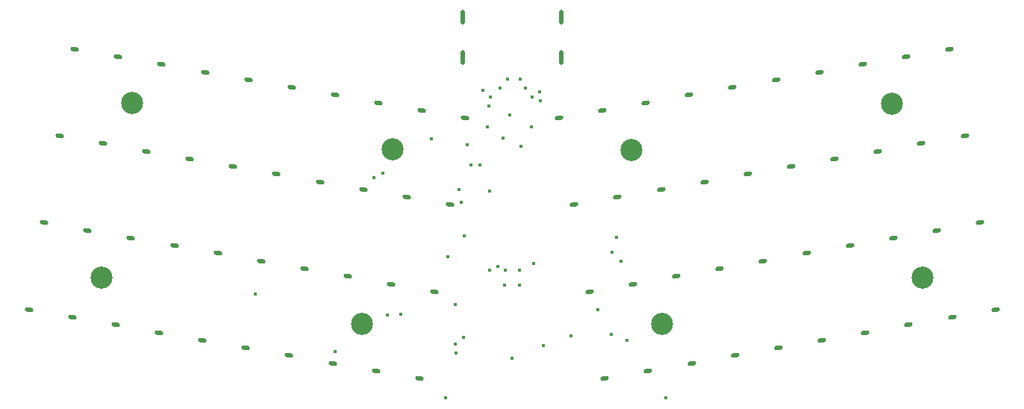
<source format=gbr>
%TF.GenerationSoftware,KiCad,Pcbnew,7.0.8*%
%TF.CreationDate,2023-11-25T13:24:31-06:00*%
%TF.ProjectId,lemmingz40,6c656d6d-696e-4677-9a34-302e6b696361,rev?*%
%TF.SameCoordinates,Original*%
%TF.FileFunction,Plated,1,2,PTH,Mixed*%
%TF.FilePolarity,Positive*%
%FSLAX46Y46*%
G04 Gerber Fmt 4.6, Leading zero omitted, Abs format (unit mm)*
G04 Created by KiCad (PCBNEW 7.0.8) date 2023-11-25 13:24:31*
%MOMM*%
%LPD*%
G01*
G04 APERTURE LIST*
G04 Aperture macros list*
%AMHorizOval*
0 Thick line with rounded ends*
0 $1 width*
0 $2 $3 position (X,Y) of the first rounded end (center of the circle)*
0 $4 $5 position (X,Y) of the second rounded end (center of the circle)*
0 Add line between two ends*
20,1,$1,$2,$3,$4,$5,0*
0 Add two circle primitives to create the rounded ends*
1,1,$1,$2,$3*
1,1,$1,$4,$5*%
G04 Aperture macros list end*
%TA.AperFunction,ViaDrill*%
%ADD10C,0.400000*%
%TD*%
G04 aperture for slot hole*
%TA.AperFunction,ComponentDrill*%
%ADD11HorizOval,0.500000X0.246202X-0.043412X-0.246202X0.043412X0*%
%TD*%
G04 aperture for slot hole*
%TA.AperFunction,ComponentDrill*%
%ADD12O,0.500000X1.650000*%
%TD*%
G04 aperture for slot hole*
%TA.AperFunction,ComponentDrill*%
%ADD13HorizOval,0.500000X0.246202X0.043412X-0.246202X-0.043412X0*%
%TD*%
%TA.AperFunction,ComponentDrill*%
%ADD14C,2.500000*%
%TD*%
G04 APERTURE END LIST*
D10*
X63556973Y-67952136D03*
X72626831Y-74415038D03*
X77028081Y-54727136D03*
X78003081Y-54177138D03*
X78578081Y-70302137D03*
X80028082Y-70252137D03*
X83560051Y-50275352D03*
X85128047Y-79660439D03*
X85428081Y-63677136D03*
X86228081Y-69127136D03*
X86228081Y-73627137D03*
X86327180Y-74627137D03*
X86702372Y-56035710D03*
X86964129Y-57477137D03*
X87153081Y-72850821D03*
X87245296Y-61331650D03*
X87596316Y-50963390D03*
X88035047Y-53275353D03*
X89085048Y-53275350D03*
X89385951Y-44801958D03*
X89875457Y-48995453D03*
X90081655Y-46584957D03*
X90103081Y-65177137D03*
X90160050Y-56275350D03*
X90260049Y-45575351D03*
X91033135Y-64812200D03*
X91360049Y-44575352D03*
X91660049Y-50200850D03*
X91826681Y-66908655D03*
X91935511Y-65241992D03*
X92185704Y-43520328D03*
X92409602Y-47626409D03*
X92660012Y-75241986D03*
X93493343Y-66908657D03*
X93493345Y-65241990D03*
X93584511Y-43560000D03*
X93710014Y-51200350D03*
X94185512Y-44575349D03*
X94860049Y-48975349D03*
X94960049Y-45575352D03*
X95135607Y-64464568D03*
X95833295Y-44999982D03*
X95859116Y-46012026D03*
X96211519Y-73793497D03*
X99378390Y-72690274D03*
X102428081Y-69702137D03*
X103953081Y-72485781D03*
X104053081Y-63152139D03*
X104503082Y-61477136D03*
X105028083Y-64177138D03*
X105703081Y-73210280D03*
X110128037Y-79660437D03*
D11*
%TO.C,SW31*%
X37865294Y-69687654D03*
%TO.C,SW21*%
X39601775Y-59839575D03*
%TO.C,SW11*%
X41338256Y-49991500D03*
%TO.C,SW31*%
X42789332Y-70555894D03*
%TO.C,SW1*%
X43074739Y-40143419D03*
%TO.C,SW21*%
X44525813Y-60707815D03*
%TO.C,SW11*%
X46262294Y-50859740D03*
%TO.C,SW33*%
X47713371Y-71424136D03*
%TO.C,SW1*%
X47998777Y-41011659D03*
%TO.C,SW23*%
X49449856Y-61576054D03*
%TO.C,SW13*%
X51186331Y-51727978D03*
%TO.C,SW33*%
X52637409Y-72292376D03*
%TO.C,SW3*%
X52922816Y-41879903D03*
%TO.C,SW23*%
X54373894Y-62444294D03*
%TO.C,SW13*%
X56110369Y-52596218D03*
%TO.C,SW35*%
X57561445Y-73160615D03*
%TO.C,SW3*%
X57846854Y-42748143D03*
%TO.C,SW25*%
X59297929Y-63312541D03*
%TO.C,SW15*%
X61034414Y-53464462D03*
%TO.C,SW35*%
X62485483Y-74028855D03*
%TO.C,SW5*%
X62770893Y-43616386D03*
%TO.C,SW25*%
X64221967Y-64180781D03*
%TO.C,SW15*%
X65958452Y-54332702D03*
%TO.C,SW37*%
X67409523Y-74897101D03*
%TO.C,SW5*%
X67694931Y-44484626D03*
%TO.C,SW27*%
X69146007Y-65049023D03*
%TO.C,SW17*%
X70882489Y-55200946D03*
%TO.C,SW37*%
X72333561Y-75765341D03*
%TO.C,SW7*%
X72618969Y-45352868D03*
%TO.C,SW27*%
X74070045Y-65917263D03*
%TO.C,SW17*%
X75806527Y-56069186D03*
%TO.C,SW39*%
X77257603Y-76633582D03*
%TO.C,SW7*%
X77543007Y-46221108D03*
%TO.C,SW29*%
X78994084Y-66785503D03*
%TO.C,SW19*%
X80730564Y-56937423D03*
%TO.C,SW39*%
X82181641Y-77501822D03*
%TO.C,SW9*%
X82467050Y-47089348D03*
%TO.C,SW29*%
X83918122Y-67653743D03*
%TO.C,SW19*%
X85654602Y-57805663D03*
D12*
%TO.C,J1*%
X87085012Y-36504151D03*
X87085012Y-41104151D03*
D11*
%TO.C,SW9*%
X87391088Y-47957588D03*
D13*
%TO.C,SW10*%
X97994083Y-47957589D03*
D12*
%TO.C,J1*%
X98235012Y-36504151D03*
X98235012Y-41104151D03*
D13*
%TO.C,SW20*%
X99730567Y-57805662D03*
%TO.C,SW30*%
X101467049Y-67653740D03*
%TO.C,SW10*%
X102918121Y-47089349D03*
%TO.C,SW40*%
X103203531Y-77501822D03*
%TO.C,SW20*%
X104654605Y-56937422D03*
%TO.C,SW30*%
X106391087Y-66785500D03*
%TO.C,SW8*%
X107842164Y-46221106D03*
%TO.C,SW40*%
X108127569Y-76633582D03*
%TO.C,SW18*%
X109578643Y-56069184D03*
%TO.C,SW28*%
X111315126Y-65917262D03*
%TO.C,SW8*%
X112766202Y-45352866D03*
%TO.C,SW38*%
X113051609Y-75765337D03*
%TO.C,SW18*%
X114502681Y-55200944D03*
%TO.C,SW28*%
X116239164Y-65049022D03*
%TO.C,SW6*%
X117690239Y-44484625D03*
%TO.C,SW38*%
X117975647Y-74897097D03*
%TO.C,SW16*%
X119426719Y-54332702D03*
%TO.C,SW26*%
X121163203Y-64180781D03*
%TO.C,SW6*%
X122614277Y-43616385D03*
%TO.C,SW36*%
X122899685Y-74028858D03*
%TO.C,SW16*%
X124350757Y-53464462D03*
%TO.C,SW26*%
X126087241Y-63312541D03*
%TO.C,SW4*%
X127538315Y-42748140D03*
%TO.C,SW36*%
X127823723Y-73160618D03*
%TO.C,SW14*%
X129274800Y-52596219D03*
%TO.C,SW24*%
X131011282Y-62444298D03*
%TO.C,SW4*%
X132462353Y-41879900D03*
%TO.C,SW34*%
X132747760Y-72292377D03*
%TO.C,SW14*%
X134198838Y-51727979D03*
%TO.C,SW24*%
X135935320Y-61576058D03*
%TO.C,SW2*%
X137386395Y-41011661D03*
%TO.C,SW34*%
X137671798Y-71424137D03*
%TO.C,SW12*%
X139122877Y-50859737D03*
%TO.C,SW22*%
X140859359Y-60707817D03*
%TO.C,SW2*%
X142310433Y-40143421D03*
%TO.C,SW32*%
X142595844Y-70555894D03*
%TO.C,SW12*%
X144046915Y-49991497D03*
%TO.C,SW22*%
X145783397Y-59839577D03*
%TO.C,SW32*%
X147519882Y-69687654D03*
D14*
%TO.C,H3*%
X46119592Y-66065976D03*
%TO.C,H1*%
X49613397Y-46251616D03*
%TO.C,H4*%
X75663823Y-71275424D03*
%TO.C,H2*%
X79157630Y-51461058D03*
%TO.C,H5*%
X106248381Y-51579265D03*
%TO.C,H7*%
X109721346Y-71275421D03*
%TO.C,H6*%
X135792617Y-46369820D03*
%TO.C,H8*%
X139265580Y-66065975D03*
M02*

</source>
